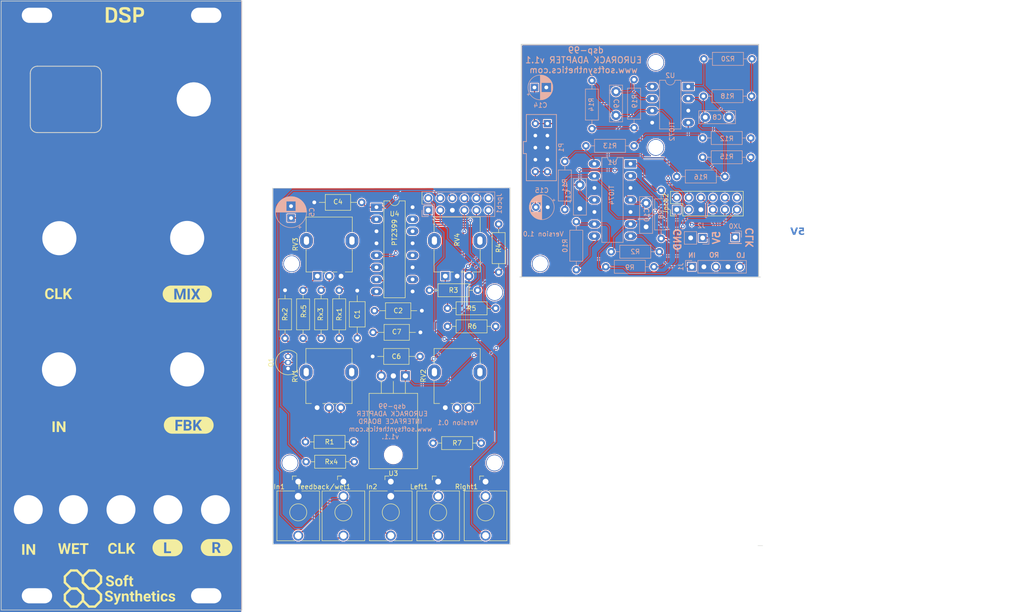
<source format=kicad_pcb>
(kicad_pcb (version 20221018) (generator pcbnew)
  (layers (0 "F.Cu" signal) (31 "B.Cu" signal) (34 "B.Paste" user) (35 "F.Paste" user) (36 "B.SilkS" user "B.Silkscreen") (37 "F.SilkS" user "F.Silkscreen") (38 "B.Mask" user) (39 "F.Mask" user) (44 "Edge.Cuts" user))
  (net 0 "")
  (net 1 "GND")
  (net 2 "Net-(C1-Pad2)")
  (net 3 "Net-(C2-Pad2)")
  (net 4 "+5V")
  (net 5 "Net-(C5-Pad1)")
  (net 6 "Net-(C8-Pad1)")
  (net 7 "+12V")
  (net 8 "-12V")
  (net 9 "LEFT EURO")
  (net 10 "Net-(In1-PadT)")
  (net 11 "Net-(C8-Pad2)")
  (net 12 "Net-(C9-Pad1)")
  (net 13 "Net-(R1-Pad1)")
  (net 14 "Net-(R3-Pad2)")
  (net 15 "Net-(R4-Pad2)")
  (net 16 "Net-(R7-Pad1)")
  (net 17 "Net-(R8-Pad2)")
  (net 18 "Line")
  (net 19 "Dry")
  (net 20 "R0")
  (net 21 "Net-(C9-Pad2)")
  (net 22 "RIGHT EURO")
  (net 23 "L0")
  (net 24 "Net-(In2-PadT)")
  (net 25 "Net-(Q1-Pad2)")
  (net 26 "Net-(RV3-Pad1)")
  (net 27 "Net-(Rx3-Pad1)")
  (net 28 "Net-(Rx1-Pad2)")
  (net 29 "X0")
  (net 36 "Net-(Q1-Pad3)")
  (net 37 "Net-(RV3-Pad2)")
  (net 38 "Line_raw")
  (net 39 "Dry_raw")
  (net 40 "wet1")
  (net 41 "in1")
  (net 42 "in buffed")
  (net 45 "Net-(RV2-Pad3)")
  (footprint "Capacitor_THT:C_Axial_L5.1mm_D3.1mm_P10.00mm_Horizontal" (layer "F.Cu") (at 72.47 76.0095)
    (fp_text reference "C6")
    (fp_text value "1u")
  )
  (footprint "kibuzzard-643BB3B1" (layer "F.Cu") (at 33.655 90.5256)
    (fp_text reference "kibuzzard-643BB3B1" hide)
    (fp_text value "G***" hide)
  )
  (footprint "Eurorack:audio Jack" (layer "F.Cu") (at -0.2032 108.331)
    (fp_text reference "REF**" hide)
    (fp_text value "audio Jack")
  )
  (footprint "Capacitor_THT:C_Axial_L5.1mm_D3.1mm_P10.00mm_Horizontal" (layer "F.Cu") (at 60.151 43.4975)
    (fp_text reference "C4")
    (fp_text value "100n")
  )
  (footprint "Eurorack:Knob" (layer "F.Cu") (at 33.3248 78.74)
    (fp_text reference "REF**")
    (fp_text value "Knob")
  )
  (footprint "Eurorack:M3" (layer "F.Cu") (at 55.0164 98.4885)
    (fp_text reference "REF**" hide)
    (fp_text value "M3")
  )
  (footprint "" (layer "F.Cu") (at 132.2324 13.97)
    (fp_text reference "")
    (fp_text value "")
  )
  (footprint "kibuzzard-643BB390" (layer "F.Cu") (at 33.3502 62.8396)
    (fp_text reference "kibuzzard-643BB390" hide)
    (fp_text value "G***" hide)
  )
  (footprint "Connector_Audio:Jack_3.5mm_QingPu_WQP-PJ398SM_Vertical_CircularHoles" (layer "F.Cu") (at 96.294 102.4255)
    (fp_text reference "Right1")
    (fp_text value "AudioJack2_SwitchT")
  )
  (footprint "kibuzzard-643BAFC1" (layer "F.Cu") (at 9.2964 116.5606)
    (fp_text reference "kibuzzard-643BAFC1" hide)
    (fp_text value "G***" hide)
  )
  (footprint "Potentiometer_THT:Potentiometer_Alpha_RD901F-40-00D_Single_Vertical" (layer "F.Cu") (at 87.799 86.8145 90)
    (fp_text reference "RV2")
    (fp_text value "100k")
  )
  (footprint "Connector_PinHeader_2.54mm:PinHeader_2x06_P2.54mm_Vertical" (layer "F.Cu") (at 136.652 45.0265 90)
    (fp_text reference "Jpcb2")
    (fp_text value "Conn_01x07_Male")
  )
  (footprint "kibuzzard-643BB339" (layer "F.Cu") (at 39.5224 116.332)
    (fp_text reference "kibuzzard-643BB339" hide)
    (fp_text value "G***" hide)
  )
  (footprint "Resistor_THT:R_Axial_DIN0207_L6.3mm_D2.5mm_P10.16mm_Horizontal" (layer "F.Cu") (at 94.615 62.0395 180)
    (fp_text reference "R3")
    (fp_text value "10k")
  )
  (footprint "Potentiometer_THT:Potentiometer_Alpha_RD901F-40-00D_Single_Vertical" (layer "F.Cu") (at 87.799 59.0595 90)
    (fp_text reference "RV4")
    (fp_text value "100k")
  )
  (footprint "Eurorack:Mounting Hole" (layer "F.Cu") (at 1.6218 126.516)
    (fp_text reference "REF**" hide)
    (fp_text value "Mounting Hole" hide)
  )
  (footprint "Eurorack:audio Jack" (layer "F.Cu") (at 39.2938 108.331)
    (fp_text reference "REF**" hide)
    (fp_text value "audio Jack")
  )
  (footprint "Capacitor_THT:C_Axial_L5.1mm_D3.1mm_P10.00mm_Horizontal" (layer "F.Cu") (at 69.215 62.1195 -90)
    (fp_text reference "C1")
    (fp_text value "100n")
  )
  (footprint "Resistor_THT:R_Axial_DIN0207_L6.3mm_D2.5mm_P10.16mm_Horizontal" (layer "F.Cu") (at 88.265 69.6595)
    (fp_text reference "R6")
    (fp_text value "10k")
  )
  (footprint "Connector_Audio:Jack_3.5mm_QingPu_WQP-PJ398SM_Vertical_CircularHoles" (layer "F.Cu") (at 86.294 102.4255)
    (fp_text reference "Left1")
    (fp_text value "AudioJack2_SwitchT")
  )
  (footprint "kibuzzard-644033EB" (layer "F.Cu") (at 19.05 123.317)
    (fp_text reference "kibuzzard-644033EB" hide)
    (fp_text value "G***" hide)
  )
  (footprint "kibuzzard-644033FD" (layer "F.Cu") (at 23.368 126.873)
    (fp_text reference "kibuzzard-644033FD" hide)
    (fp_text value "G***" hide)
  )
  (footprint "Eurorack:audio Jack" (layer "F.Cu") (at 29.2608 108.331)
    (fp_text reference "REF**" hide)
    (fp_text value "audio Jack")
  )
  (footprint "Resistor_THT:R_Axial_DIN0207_L6.3mm_D2.5mm_P10.16mm_Horizontal" (layer "F.Cu") (at 57.785 62.0395 -90)
    (fp_text reference "Rx5")
    (fp_text value "470K")
  )
  (footprint "" (layer "F.Cu") (at 107.832 56.4515)
    (fp_text reference "")
    (fp_text value "")
  )
  (footprint "Potentiometer_THT:Potentiometer_Alpha_RD901F-40-00D_Single_Vertical" (layer "F.Cu") (at 60.799 59.0595 90)
    (fp_text reference "RV3")
    (fp_text value "100k")
  )
  (footprint "Connector_Audio:Jack_3.5mm_QingPu_WQP-PJ398SM_Vertical_CircularHoles" (layer "F.Cu") (at 56.764 102.4255)
    (fp_text reference "In1")
    (fp_text value "AudioJack2_SwitchT")
  )
  (footprint "Resistor_THT:R_Axial_DIN0207_L6.3mm_D2.5mm_P10.16mm_Horizontal" (layer "F.Cu") (at 65.405 72.1995 90)
    (fp_text reference "Rx1")
    (fp_text value "2.2k / 200")
  )
  (footprint "Capacitor_THT:C_Axial_L5.1mm_D3.1mm_P10.00mm_Horizontal" (layer "F.Cu") (at 82.55 70.9295 180)
    (fp_text reference "C7")
    (fp_text value "100n")
  )
  (footprint "Eurorack:Mounting Hole" (layer "F.Cu") (at 1.6218 4.016)
    (fp_text reference "REF**" hide)
    (fp_text value "Mounting Hole" hide)
  )
  (footprint "" (layer "F.Cu") (at 6.35 51.053471)
    (fp_text reference "")
    (fp_text value "")
  )
  (footprint "Resistor_THT:R_Axial_DIN0207_L6.3mm_D2.5mm_P10.16mm_Horizontal" (layer "F.Cu") (at 99.06 58.2295 90)
    (fp_text reference "R4")
    (fp_text value "10k")
  )
  (footprint "Package_TO_SOT_THT:TO-220-3_Horizontal_TabDown" (layer "F.Cu") (at 79.375 80.1145 180)
    (fp_text reference "U3")
    (fp_text value "L7805")
  )
  (footprint "Eurorack:M3" (layer "F.Cu") (at 98.2218 62.4967)
    (fp_text reference "REF**" hide)
    (fp_text value "M3")
  )
  (footprint "Package_TO_SOT_THT:TO-92_Inline" (layer "F.Cu") (at 54.61 78.5495 90)
    (fp_text reference "Q1")
    (fp_text value "2N3904")
  )
  (footprint "Resistor_THT:R_Axial_DIN0207_L6.3mm_D2.5mm_P10.16mm_Horizontal" (layer "F.Cu") (at 53.975 62.0395 -90)
    (fp_text reference "Rx2")
    (fp_text value "33K")
  )
  (footprint "Eurorack:Mounting Hole" (layer "F.Cu") (at 37.3418 4.016)
    (fp_text reference "REF**" hide)
    (fp_text value "Mounting Hole" hide)
  )
  (footprint "Eurorack:M3" (layer "F.Cu") (at 55.372 56.4515)
    (fp_text reference "REF**" hide)
    (fp_text value "M3")
  )
  (footprint "Eurorack:M3" (layer "F.Cu") (at 98.171 98.4885)
    (fp_text reference "REF**" hide)
    (fp_text value "M3")
  )
  (footprint "Resistor_THT:R_Axial_DIN0207_L6.3mm_D2.5mm_P10.16mm_Horizontal" (layer "F.Cu") (at 68.58 98.2345 180)
    (fp_text reference "Rx4")
    (fp_text value "2.2M")
  )
  (footprint "Potentiometer_THT:Potentiometer_Alpha_RD901F-40-00D_Single_Vertical" (layer "F.Cu") (at 60.746 86.8145 90)
    (fp_text reference "RV1")
    (fp_text value "100k")
  )
  (footprint "Connector_Audio:Jack_3.5mm_QingPu_WQP-PJ398SM_Vertical_CircularHoles" (layer "F.Cu") (at 76.294 102.4255)
    (fp_text reference "In2")
    (fp_text value "AudioJack2_SwitchT")
  )
  (footprint "kibuzzard-643BAFCE" (layer "F.Cu") (at 6.2738 90.8304)
    (fp_text reference "kibuzzard-643BAFCE" hide)
    (fp_text value "G***" hide)
  )
  (footprint "Eurorack:Knob" (layer "F.Cu") (at 34.7216 21.764)
    (fp_text reference "REF**" hide)
    (fp_text value "Knob")
  )
  (footprint "Connector_PinHeader_2.54mm:PinHeader_2x06_P2.54mm_Vertical" (layer "F.Cu") (at 84.206 45.1535 90)
    (fp_text reference "Jpcb1")
    (fp_text value "Conn_01x07_Male" hide)
  )
  (footprint "Package_DIP:DIP-16_W7.62mm_LongPads" (layer "F.Cu") (at 73.279 44.5135)
    (fp_text reference "U4")
    (fp_text value "PT2399")
  )
  (footprint "" (layer "F.Cu") (at 6.2738 78.74)
    (fp_text reference "")
    (fp_text value "")
  )
  (footprint "Resistor_THT:R_Axial_DIN0207_L6.3mm_D2.5mm_P10.16mm_Horizontal" (layer "F.Cu") (at 88.265 65.8495)
    (fp_text reference "R5")
    (fp_text value "10k")
  )
  (footprint "Resistor_THT:R_Axial_DIN0207_L6.3mm_D2.5mm_P10.16mm_Horizontal" (layer "F.Cu") (at 61.595 62.0395 -90)
    (fp_text reference "Rx3")
    (fp_text value "1M")
  )
  (footprint "Connector_Audio:Jack_3.5mm_QingPu_WQP-PJ398SM_Vertical_CircularHoles" (layer "F.Cu") (at 66.294 102.4255)
    (fp_text reference "feedback/wet1")
    (fp_text value "AudioJack2_SwitchT")
  )
  (footprint "kibuzzard-64D80CCD" (layer "F.Cu") (at 20.193 3.937)
    (fp_text reference "kibuzzard-64D80CCD" hide)
    (fp_text value "G***" hide)
  )
  (footprint "kibuzzard-643BAF55" (layer "F.Cu") (at 6.1976 62.7634)
    (fp_text reference "kibuzzard-643BAF55" hide)
    (fp_text value "G***" hide)
  )
  (footprint "Resistor_THT:R_Axial_DIN0207_L6.3mm_D2.5mm_P10.16mm_Horizontal" (layer "F.Cu") (at 95.377 94.2975 180)
    (fp_text reference "R7")
    (fp_text value "100k")
  )
  (footprint "Eurorack:Knob" (layer "F.Cu") (at 33.3248 51.0032)
    (fp_text reference "REF**")
    (fp_text value "Knob")
  )
  (footprint "Capacitor_THT:C_Axial_L5.1mm_D3.1mm_P10.00mm_Horizontal" (layer "F.Cu") (at 82.851 66.3575 180)
    (fp_text reference "C2")
    (fp_text value "100n")
  )
  (footprint "kibuzzard-643BB32E" (layer "F.Cu") (at 29.1846 116.3828)
    (fp_text reference "kibuzzard-643BB32E" hide)
    (fp_text value "G***" hide)
  )
  (footprint "" (layer "F.Cu") (at 132.2324 31.9024)
    (fp_text reference "")
    (fp_text value "")
  )
  (footprint "Resistor_THT:R_Axial_DIN0207_L6.3mm_D2.5mm_P10.16mm_Horizontal" (layer "F.Cu") (at 58.293 94.0435)
    (fp_text reference "R1")
    (fp_text value "100k")
  )
  (footprint "kibuzzard-643BAF55" (layer "F.Cu") (at 19.5072 116.5098)
    (fp_text reference "kibuzzard-643BAF55" hide)
    (fp_text value "G***" hide)
  )
  (footprint "Eurorack:audio Jack" (layer "F.Cu") (at 19.3548 108.331)
    (fp_text reference "REF**" hide)
    (fp_text value "audio Jack")
  )
  (footprint "kibuzzard-643BAFCE" (layer "F.Cu") (at -0.127 116.7384)
    (fp_text reference "kibuzzard-643BAFCE" hide)
    (fp_text value "G***" hide)
  )
  (footprint "" (layer "F.Cu") (at 9.3218 108.331)
    (fp_text reference "")
    (fp_text value "")
  )
  (footprint "Eurorack:Mounting Hole" (layer "F.Cu") (at 37.3418 126.516)
    (fp_text reference "REF**" hide)
    (fp_text value "Mounting Hole")
  )
  (footprint "Capacitor_THT:C_Disc_D7.5mm_W2.5mm_P5.00mm" (layer "B.Cu") (at 142.661 25.527)
    (fp_text reference "C8")
    (fp_text value "22pF")
  )
  (footprint "Resistor_THT:R_Axial_DIN0207_L6.3mm_D2.5mm_P10.16mm_Horizontal" (layer "B.Cu") (at 133.35 51.1175 90)
    (fp_text reference "R8")
    (fp_text value "100k")
  )
  (footprint "Resistor_THT:R_Axial_DIN0207_L6.3mm_D2.5mm_P10.16mm_Horizontal" (layer "B.Cu") (at 118.745 27.94 90)
    (fp_text reference "R14")
    (fp_text value "20k")
  )
  (footprint "Resistor_THT:R_Axial_DIN0207_L6.3mm_D2.5mm_P10.16mm_Horizontal" (layer "B.Cu") (at 136.652 38.0365)
    (fp_text reference "R16")
    (fp_text value "2k")
  )
  (footprint "Connector_PinHeader_2.54mm:PinHeader_1x01_P2.54mm_Vertical" (layer "B.Cu") (at 148.971 50.8635 180)
    (fp_text reference "JX0")
    (fp_text value "Conn_01x01")
  )
  (footprint "europi:IDC-2x5" (layer "B.Cu") (at 108.077 31.9405 -90)
    (fp_text reference "P1")
    (fp_text value "EURO_PWR_2x5" hide)
  )
  (footprint "Resistor_THT:R_Axial_DIN0207_L6.3mm_D2.5mm_P10.16mm_Horizontal" (layer "B.Cu") (at 152.273 29.9085 180)
    (fp_text reference "R12")
    (fp_text value "2k")
  )
  (footprint "Capacitor_THT:C_Disc_D7.5mm_W2.5mm_P5.00mm" (layer "B.Cu") (at 123.825 25.1295 90)
    (fp_text reference "C9")
    (fp_text value "22pF")
  )
  (footprint "Capacitor_THT:CP_Radial_D5.0mm_P2.50mm" (layer "B.Cu") (at 109.409113 44.5135 180)
    (fp_text reference "C15")
    (fp_text value "10uF")
  )
  (footprint "Capacitor_THT:C_Disc_D7.5mm_W2.5mm_P5.00mm" (layer "B.Cu") (at 130.175 48.6645 90)
    (fp_text reference "C10")
    (fp_text value "100n")
  )
  (footprint "Package_DIP:DIP-14_W7.62mm_LongPads" (layer "B.Cu") (at 126.888 35.3645 180)
    (fp_text reference "U1")
    (fp_text value "TL074")
  )
  (footprint "Resistor_THT:R_Axial_DIN0207_L6.3mm_D2.5mm_P10.16mm_Horizontal" (layer "B.Cu") (at 152.527 13.208 180)
    (fp_text reference "R20")
    (fp_text value "1k")
  )
  (footprint "Connector_PinHeader_2.54mm:PinHeader_1x02_P2.54mm_Vertical" (layer "B.Cu") (at 142.118 50.9905 90)
    (fp_text reference "J2")
    (fp_text value "Conn_01x02_Female")
  )
  (footprint "Resistor_THT:R_Axial_DIN0207_L6.3mm_D2.5mm_P10.16mm_Horizontal" (layer "B.Cu") (at 115.443 47.5615 -90)
    (fp_text reference "R10")
    (fp_text value "22k")
  )
  (footprint "Resistor_THT:R_Axial_DIN0207_L6.3mm_D2.5mm_P10.16mm_Horizontal" (layer "B.Cu") (at 152.4335 21.082 180)
    (fp_text reference "R18")
    (fp_text value "20k")
  )
  (footprint "Capacitor_THT:CP_Radial_D6.3mm_P2.50mm" (layer "B.Cu") (at 55.245 46.7995 90)
    (fp_text reference "C5")
    (fp_text value "10uF")
  )
  (footprint "Resistor_THT:R_Axial_DIN0207_L6.3mm_D2.5mm_P10.16mm_Horizontal" (layer "B.Cu") (at 122.809 53.9115)
    (fp_text reference "R2")
    (fp_text value "100k")
  )
  (footprint "Package_DIP:DIP-8_W7.62mm_LongPads" (layer "B.Cu") (at 139.08 19.05 180)
    (fp_text reference "U2")
    (fp_text value "TL072")
  )
  (footprint "Resistor_THT:R_Axial_DIN0207_L6.3mm_D2.5mm_P10.16mm_Horizontal" (layer "B.Cu") (at 131.826 57.0865 180)
    (fp_text reference "R9")
    (fp_text value "20k")
  )
  (footprint "Capacitor_THT:CP_Radial_D5.0mm_P2.50mm" (layer "B.Cu") (at 106.617888 19.2405)
    (fp_text reference "C14")
    (fp_text value "10uF")
  )
  (footprint "Resistor_THT:R_Axial_DIN0207_L6.3mm_D2.5mm_P10.16mm_Horizontal" (layer "B.Cu") (at 127.635 27.7495 90)
    (fp_text reference "R19")
    (fp_text value "1k")
  )
  (footprint "Connector_PinHeader_2.54mm:PinHeader_1x05_P2.54mm_Vertical" (layer "B.Cu") (at 139.832 57.0865 -90)
    (fp_text reference "J1")
    (fp_text value "Conn_01x05_Male")
  )
  (footprint "Resistor_THT:R_Axial_DIN0207_L6.3mm_D2.5mm_P10.16mm_Horizontal" (layer "B.Cu") (at 152.273 33.9725 180)
    (fp_text reference "R15")
    (fp_text value "2k")
  )
  (footprint "Resistor_THT:R_Axial_DIN0207_L6.3mm_D2.5mm_P10.16mm_Horizontal" (layer "B.Cu") (at 117.475 31.5595)
    (fp_text reference "R13")
    (fp_text value "2k")
  )
  (footprint "Capacitor_THT:C_Disc_D7.5mm_W2.5mm_P5.00mm" (layer "B.Cu") (at 116.205 39.8145 -90)
    (fp_text reference "C11")
    (fp_text value "100n")
  )
  (footprint "Resistor_THT:R_Axial_DIN0207_L6.3mm_D2.5mm_P10.16mm_Horizontal" (layer "B.Cu") (at 113.03 45.0215 90)
    (fp_text reference "R11")
    (fp_text value "3k")
  )
  (gr_rect (start -6.101 0.8618) (end 44.6482 129.8642) (stroke (width 0.15)) (fill solid) (layer "F.Cu"))
  (gr_circle (center 9.370249 108.3056) (end 12.8016 108.3056) (stroke (width 0.15)) (fill solid) (layer "F.Cu"))
  (gr_rect (start -6.101 0.8618) (end 44.6482 129.8642) (stroke (width 0.15)) (fill solid) (layer "B.Cu"))
  (gr_line (start 7.5184 126.2634) (end 7.5184 127.5334) (stroke (width 0.5)) (layer "F.SilkS"))
  (gr_line (start 15.1384 126.2634) (end 13.8684 124.9934) (stroke (width 0.5)) (layer "F.SilkS"))
  (gr_line (start 11.3284 122.4534) (end 10.0584 121.1834) (stroke (width 0.5)) (layer "F.SilkS"))
  (gr_line (start 12.5984 121.1834) (end 11.3284 122.4534) (stroke (width 0.5)) (layer "F.SilkS"))
  (gr_line (start 8.7884 124.9934) (end 10.0584 124.9934) (stroke (width 0.5)) (layer "F.SilkS"))
  (gr_line (start 12.5984 124.9934) (end 11.3284 123.7234) (stroke (width 0.5)) (layer "F.SilkS"))
  (gr_line (start 13.8684 124.9934) (end 12.5984 124.9934) (stroke (width 0.5)) (layer "F.SilkS"))
  (gr_line (start 11.3284 122.4534) (end 11.3284 123.7234) (stroke (width 0.5)) (layer "F.SilkS"))
  (gr_line (start 13.8684 124.9934) (end 12.5984 124.9934) (stroke (width 0.5)) (layer "F.SilkS"))
  (gr_line (start 10.0584 121.1834) (end 8.7884 121.1834) (stroke (width 0.5)) (layer "F.SilkS"))
  (gr_line (start 11.3284 123.7234) (end 12.5984 124.9934) (stroke (width 0.5)) (layer "F.SilkS"))
  (gr_line (start 11.3284 122.4534) (end 11.3284 123.7234) (stroke (width 0.5)) (layer "F.SilkS"))
  (gr_line (start 7.5184 123.7234) (end 7.5184 122.4534) (stroke (width 0.5)) (layer "F.SilkS"))
  (gr_line (start 13.8684 124.9934) (end 15.1384 123.7234) (stroke (width 0.5)) (layer "F.SilkS"))
  (gr_line (start 11.3284 127.5334) (end 11.3284 126.2634) (stroke (width 0.5)) (layer "F.SilkS"))
  (gr_line (start 12.5984 128.8034) (end 13.8684 128.8034) (stroke (width 0.5)) (layer "F.SilkS"))
  (gr_line (start 15.1384 126.2634) (end 15.1384 127.5334) (stroke (width 0.5)) (layer "F.SilkS"))
  (gr_line (start 15.1384 127.5334) (end 13.8684 128.8034) (stroke (width 0.5)) (layer "F.SilkS"))
  (gr_line (start 8.7884 124.9934) (end 7.5184 126.2634) (stroke (width 0.5)) (layer "F.SilkS"))
  (gr_line (start 11.3284 127.5334) (end 12.5984 128.8034) (stroke (width 0.5)) (layer "F.SilkS"))
  (gr_line (start 15.1384 123.7234) (end 15.1384 122.4534) (stroke (width 0.5)) (layer "F.SilkS"))
  (gr_line (start 10.0584 128.8034) (end 11.3284 127.5334) (stroke (width 0.5)) (layer "F.SilkS"))
  (gr_line (start 13.8684 121.1834) (end 15.1384 122.4534) (stroke (width 0.5)) (layer "F.SilkS"))
  (gr_line (start 7.5184 123.7234) (end 8.7884 124.9934) (stroke (width 0.5)) (layer "F.SilkS"))
  (gr_line (start 8.7884 124.9934) (end 10.0584 124.9934) (stroke (width 0.5)) (layer "F.SilkS"))
  (gr_line (start 11.3284 127.5334) (end 11.3284 126.2634) (stroke (width 0.5)) (layer "F.SilkS"))
  (gr_line (start 8.7884 128.8034) (end 7.5184 127.5334) (stroke (width 0.5)) (layer "F.SilkS"))
  (gr_line (start 7.5184 122.4534) (end 8.7884 121.1834) (stroke (width 0.5)) (layer "F.SilkS"))
  (gr_line (start 10.0584 128.8034) (end 8.7884 128.8034) (stroke (width 0.5)) (layer "F.SilkS"))
  (gr_line (start 10.0584 124.9934) (end 11.3284 126.2634) (stroke (width 0.5)) (layer "F.SilkS"))
  (gr_line (start 12.5984 121.1834) (end 13.8684 121.1834) (stroke (width 0.5)) (layer "F.SilkS"))
  (gr_line (start 11.3284 126.2634) (end 10.0584 124.9934) (stroke (width 0.5)) (layer "F.SilkS"))
  (gr_line (start 15.2216 27.264) (end 15.2216 16.264) (stroke (width 0.2)) (layer "Edge.Cuts"))
  (gr_line (start 13.7216 14.764) (end 1.7216 14.764) (stroke (width 0.2)) (layer "Edge.Cuts"))
  (gr_line (start 44.8818 129.516) (end 44.8818 1.016) (stroke (width 0.15)) (layer "Edge.Cuts"))
  (gr_arc (start 0.2216 16.264) (mid 0.66094 15.20334) (end 1.7216 14.764) (stroke (width 0.2)) (layer "Edge.Cuts"))
  (gr_arc (start 1.7216 28.764) (mid 0.66094 28.32466) (end 0.2216 27.264) (stroke (width 0.2)) (layer "Edge.Cuts"))
  (gr_line (start 154.304229 59.256329) (end 103.505772 59.234672) (stroke (width 0.15)) (layer "Edge.Cuts"))
  (gr_line (start 103.845 10.16) (end 103.886 59.234672) (stroke (width 0.2)) (layer "Edge.Cuts"))
  (gr_line (start 153.775 115.9345) (end 154.775 115.9345) (stroke (width 0.1)) (layer "Edge.Cuts"))
  (gr_line (start 0.2216 16.264) (end 0.2216 27.264) (stroke (width 0.2)) (layer "Edge.Cuts"))
  (gr_line (start 51.384 40.513) (end 51.435 115.6335) (stroke (width 0.2)) (layer "Edge.Cuts"))
  (gr_arc (start 13.7216 14.764) (mid 14.78226 15.20334) (end 15.2216 16.264) (stroke (width 0.2)) (layer "Edge.Cuts"))
  (gr_line (start 1.7216 28.764) (end 13.7216 28.764) (stroke (width 0.2)) (layer "Edge.Cuts"))
  (gr_line (start 101.449 40.4495) (end 101.473 115.6335) (stroke (width 0.2)) (layer "Edge.Cuts"))
  (gr_line (start 51.435 115.6335) (end 101.473 115.6335) (stroke (width 0.1)) (layer "Edge.Cuts"))
  (gr_line (start -5.9182 129.516) (end 44.8818 129.516) (stroke (width 0.15)) (layer "Edge.Cuts"))
  (gr_line (start 103.845 10.16) (end 153.925 10.16) (stroke (width 0.2)) (layer "Edge.Cuts"))
  (gr_line (start 153.925 10.16) (end 153.924 59.2455) (stroke (width 0.2)) (layer "Edge.Cuts"))
  (gr_arc (start 15.2216 27.264) (mid 14.78226 28.32466) (end 13.7216 28.764) (stroke (width 0.2)) (layer "Edge.Cuts"))
  (gr_circle (center 34.7216 21.764) (end 38.2216 21.764) (stroke (width 0.2)) (fill none) (layer "Edge.Cuts"))
  (gr_line (start -5.9182 129.516) (end -5.9182 1.016) (stroke (width 0.15)) (layer "Edge.Cuts"))
  (gr_line (start -5.9182 1.016) (end 44.8818 1.016) (stroke (width 0.15)) (layer "Edge.Cuts"))
  (gr_line (start 51.384 40.513) (end 101.449 40.4495) (stroke (width 0.1)) (layer "Edge.Cuts"))
  (gr_text "5V" (at 163.689 50.593) (layer "B.Cu") (effects (font (size 1.5 1.5) (thickness 0.3) bold) (justify left bottom mirror)))
  (gr_text "5V" (at 145.899 49.393 90) (layer "B.SilkS") (effects (font (size 1.5 1.5) (thickness 0.3) bold) (justify left bottom mirror)))
  (gr_text "Version 0.1" (at 90.424 89.9795) (layer "B.SilkS") (effects (font (size 1 1)) (justify mirror)))
  (gr_text "LO" (at 151.209 55.233) (layer "B.SilkS") (effects (font (size 1 1) (thickness 0.2) bold) (justify left bottom mirror)))
  (gr_text "Tl072\n" (at 135.636 28.5115 90) (layer "B.SilkS") (effects (font (size 1 1)) (justify mirror)))
  (gr_text "CLK" (at 152.909 48.623 90) (layer "B.SilkS") (effects (font (size 1.5 1.5) (thickness 0.3) bold) (justify left bottom mirror)))
  (gr_text "IN\n" (at 140.739 55.253) (layer "B.SilkS") (effects (font (size 1 1) (thickness 0.2) bold) (justify left bottom mirror)))
  (gr_text "RO" (at 145.689 55.203) (layer "B.SilkS") (effects (font (size 1 1) (thickness 0.2) bold) (justify left bottom mirror)))
  (gr_text "dsp-99 \nEURORACK ADAPTER \nINTERFACE BOARD\nwww.softsynthetics.com\nv1.1.\n" (at 76.2 89.7255) (layer "B.SilkS") (effects (font (size 1 1)) (justify mirror)))
  (gr_text "dsp-99 \nEURORACK ADAPTER v1.1\nwww.softsynthetics.com" (at 116.967 13.462) (layer "B.SilkS") (effects (font (size 1.3 1.3) (thickness 0.2)) (justify mirror)))
  (gr_text "Tl074\n\n" (at 123.698 41.9735 90) (layer "B.SilkS") (effects (font (size 1 1)) (justify mirror)))
  (gr_text "GND\n" (at 137.699 48.873 90) (layer "B.SilkS") (effects (font (size 1.5 1.5) (thickness 0.3) bold) (justify left bottom mirror)))
  (gr_text "Version 1.0\n" (at 108.489 50.163) (layer "B.SilkS") (effects (font (size 1 1)) (justify mirror)))
  (gr_text "PT2399\n" (at 77.089 49.8475 90) (layer "F.SilkS") (effects (font (size 1 1))))
  (segment (start 80.899 62.2935) (end 78.74 60.1345) (width 0.25) (layer "F.Cu") (net 1))
  (segment (start 89.535 56.9595) (end 83.82 56.9595) (width 0.25) (layer "F.Cu") (net 1))
  (segment (start 87.493 86.8145) (end 87.799 86.8145) (width 0.25) (layer "F.Cu") (net 1))
  (segment (start 79.502 52.1335) (end 78.74 52.8955) (width 0.25) (layer "F.Cu") (net 1))
  (segment (start 80.899 57.2135) (end 80.01 56.3245) (width 0.25) (layer "F.Cu") (net 1))
  (segment (start 80.899 62.2935) (end 80.899 64.4055) (width 0.25) (layer "F.Cu") (net 1))
  (segment (start 90.299 58.6585) (end 90.299 57.7235) (width 0.25) (layer "F.Cu") (net 1))
  (segment (start 78.74 52.8955) (end 78.74 56.7055) (width 0.25) (layer "F.Cu") (net 1))
  (segment (start 79.756 44.5135) (end 80.899 44.5135) (width 0.25) (layer "F.Cu") (net 1))
  (segment (start 80.01 56.3245) (end 78.74 56.3245) (width 0.25) (layer "F.Cu") (net 1))
  (segment (start 80.899 64.4055) (end 82.851 66.3575) (width 0.25) (layer "F.Cu") (net 1))
  (segment (start 90.299 57.7235) (end 89.535 56.9595) (width 0.25) (layer "F.Cu") (net 1))
  (segment (start 78.74 56.7055) (end 78.74 56.9595) (width 0.25) (layer "F.Cu") (net 1))
  (segment (start 83.566 57.2135) (end 80.899 57.2135) (width 0.25) (layer "F.Cu") (net 1))
  (segment (start 83.82 56.9595) (end 83.566 57.2135) (width 0.25) (layer "F.Cu") (net 1))
  (segment (start 78.74 56.3245) (end 78.74 56.7055) (width 0.25) (layer "F.Cu") (net 1))
  (segment (start 78.74 60.1345) (end 78.74 56.9595) (width 0.25) (layer "F.Cu") (net 1))
  (segment (start 80.899 52.1335) (end 79.502 52.1335) (width 0.25) (layer "F.Cu") (net 1))
  (segment (start 73.279 52.1335) (end 72.324 52.1335) (width 0.25) (layer "F.Cu") (net 1))
  (segment (start 116.205 44.8145) (end 118.558 44.8145) (width 0.25) (layer "B.Cu") (net 1))
  (segment (start 118.558 44.8145) (end 119.268 45.5245) (width 0.25) (layer "B.Cu") (net 1))
  (segment (start 131.82 27.3745) (end 131.46 27.3745) (width 0.25) (layer "B.Cu") (net 1))
  (segment (start 69.215 72.1195) (end 69.215 70.9295) (width 0.25) (layer "F.Cu") (net 2))
  (segment (start 70.485 65.0875) (end 73.279 62.2935) (width 0.25) (layer "F.Cu") (net 2))
  (segment (start 69.215 70.9295) (end 70.485 69.6595) (width 0.25) (layer "F.Cu") (net 2))
  (segment (start 70.485 69.6595) (end 70.485 65.0875) (width 0.25) (layer "F.Cu") (net 2))
  (segment (start 74.295 66.3575) (end 72.851 66.3575) (width 0.25) (layer "F.Cu") (net 3))
  (segment (start 75.565 65.0875) (end 74.295 66.3575) (width 0.25) (layer "F.Cu") (net 3))
  (segment (start 75.565 61.0235) (end 75.565 65.0875) (width 0.25) (layer "F.Cu") (net 3))
  (segment (start 73.279 59.7535) (end 74.295 59.7535) (width 0.25) (layer "F.Cu") (net 3))
  (segment (start 74.295 59.7535) (end 75.565 61.0235) (width 0.25) (layer "F.Cu") (net 3))
  (segment (start 87.884 41.2115) (end 78.613 41.2115) (width 0.25) (layer "F.Cu") (net 4))
  (segment (start 76.327 46.2915) (end 74.549 44.5135) (width 0.25) (layer "F.Cu") (net 4))
  (segment (start 72.55 70.9295) (end 73.619 70.9295) (width 0.25) (layer "F.Cu") (net 4))
  (segment (start 71.167 44.5135) (end 70.151 43.4975) (width 0.25) (layer "F.Cu") (net 4))
  (segment (start 78.613 41.2115) (end 77.343 42.4815) (width 0.25) (layer "F.Cu") (net 4))
  (segment (start 143.002 46.5455) (end 143.002 43.7565) (width 0.25) (layer "F.Cu") (net 4))
  (segment (start 74.295 71.6055) (end 76.327 69.5735) (width 0.25) (layer "F.Cu") (net 4))
  (segment (start 144.526 50.8635) (end 144.526 48.0695) (width 0.25) (layer "F.Cu") (net 4))
  (segment (start 144.399 50.9905) (end 142.118 50.9905) (width 0.25) (layer "F.Cu") (net 4))
  (segment (start 76.327 69.5735) (end 76.327 46.2915) (width 0.25) (layer "F.Cu") (net 4))
  (segment (start 73.619 70.9295) (end 74.295 71.6055) (width 0.25) (layer "F.Cu") (net 4))
  (segment (start 89.286 42.6135) (end 87.884 41.2115) (width 0.25) (layer "F.Cu") (net 4))
  (segment (start 144.526 50.8635) (end 144.399 50.9905) (width 0.25) (layer "F.Cu") (net 4))
  (segment (start 144.526 48.0695) (end 143.002 46.5455) (width 0.25) (layer "F.Cu") (net 4))
  (segment (start 74.295 80.1145) (end 74.295 71.6055) (width 0.25) (layer "F.Cu") (net 4))
  (segment (start 74.549 44.5135) (end 73.279 44.5135) (width 0.25) (layer "F.Cu") (net 4))
  (segment (start 143.002 43.7565) (end 141.732 42.4865) (width 0.25) (layer "F.Cu") (net 4))
  (segment (start 73.279 44.5135) (end 71.167 44.5135) (width 0.25) (layer "F.Cu") (net 4))
  (via (at 77.343 42.4815) (size 0.8) (drill 0.4) (layers "F.Cu" "B.Cu") (net 4))
  (segment (start 73.279 44.5135) (end 75.311 44.5135) (width 0.25) (layer "B.Cu") (net 4))
  (segment (start 75.311 44.5135) (end 77.343 42.4815) (width 0.25) (layer "B.Cu") (net 4))
  (segment (start 55.245 46.7995) (end 73.025 46.7995) (width 0.25) (layer "F.Cu") (net 5))
  (segment (start 73.025 46.7995) (end 73.279 47.0535) (width 0.25) (layer "F.Cu") (net 5))
  (segment (start 142.2735 26.4795) (end 142.2735 22.6695) (width 0.25) (layer "B.Cu") (net 6))
  (segment (start 146.177 38.0365) (end 146.812 38.0365) (width 0.25) (layer "B.Cu") (net 6))
  (segment (start 146.812 30.1625) (end 144.653 28.0035) (width 0.25) (layer "B.Cu") (net 6))
  (segment (start 139.08 21.59) (end 141.194 21.59) (width 0.25) (layer "B.Cu") (net 6))
  (segment (start 144.653 28.0035) (end 142.0075 28.0035) (width 0.25) (layer "B.Cu") (net 6))
  (segment (start 142.0075 28.0035) (end 141.3785 27.3745) (width 0.25) (layer "B.Cu") (net 6))
  (segment (start 141.194 21.59) (end 142.2735 22.6695) (width 0.25) (layer "B.Cu") (net 6))
  (segment (start 142.113 33.9725) (end 146.177 38.0365) (width 0.25) (layer "B.Cu") (net 6))
  (segment (start 142.2735 21.082) (end 142.2735 22.6695) (width 0.25) (layer "B.Cu") (net 6))
  (segment (start 141.3785 27.3745) (end 142.2735 26.4795) (width 0.25) (layer "B.Cu") (net 6))
  (segment (start 146.812 38.0365) (end 146.812 30.1625) (width 0.25) (layer "B.Cu") (net 6))
  (segment (start 139.827 48.1965) (end 138.811 47.1805) (width 0.25) (layer "F.Cu") (net 7))
  (segment (start 129.54 46.0375) (end 129.54 44.5135) (width 0.25) (layer "F.Cu") (net 7))
  (segment (start 106.617888 19.2405) (end 106.617888 26.671388) (width 0.25) (layer "F.Cu") (net 7))
  (segment (start 72.136 84.7725) (end 70.485 83.1215) (width 0.25) (layer "F.Cu") (net 7))
  (segment (start 109.347 26.8605) (end 113.665 26.8605) (width 0.25) (layer "F.Cu") (net 7))
  (segment (start 122.174 38.2705) (end 122.174 30.0355) (width 0.25) (layer "F.Cu") (net 7))
  (segment (start 133.604 46.5455) (end 131.064 46.5455) (width 0.25) (layer "F.Cu") (net 7))
  (segment (start 122.174 30.0355) (end 127.254 24.9555) (width 0.25) (layer "F.Cu") (net 7))
  (segment (start 125.101 22.6695) (end 127.26 24.8285) (width 0.25) (layer "F.Cu") (net 7))
  (segment (start 130.683 46.1645) (end 129.667 46.1645) (width 0.25) (layer "F.Cu") (net 7))
  (segment (start 79.375 81.7245) (end 76.327 84.7725) (width 0.25) (layer "F.Cu") (net 7))
  (segment (start 96.906 45.1535) (end 97.028 45.2755) (width 0.25) (layer "F.Cu") (net 7))
  (segment (start 65.278 83.1215) (end 62.103 79.9465) (width 0.25) (layer "F.Cu") (net 7))
  (segment (start 79.375 80.1145) (end 79.375 81.7245) (width 0.25) (layer "F.Cu") (net 7))
  (segment (start 127.26 24.8285) (end 127.26 24.8345) (width 0.25) (layer "F.Cu") (net 7))
  (segment (start 76.327 84.7725) (end 72.136 84.7725) (width 0.25) (layer "F.Cu") (net 7))
  (segment (start 117.856 22.6695) (end 125.101 22.6695) (width 0.25) (layer "F.Cu") (net 7))
  (segment (start 113.665 26.8605) (end 117.856 22.6695) (width 0.25) (layer "F.Cu") (net 7))
  (segment (start 127.254 24.9555) (end 127.254 24.8285) (width 0.25) (layer "F.Cu") (net 7))
  (segment (start 126.888 42.9845) (end 122.174 38.2705) (width 0.25) (layer "F.Cu") (net 7))
  (segment (start 138.811 47.1805) (end 134.239 47.1805) (width 0.25) (layer "F.Cu") (net 7))
  (segment (start 79.375 79.1045) (end 82.47 76.0095) (width 0.25) (layer "F.Cu") (net 7))
  (segment (start 130.175 43.8785) (end 130.175 43.6645) (width 0.25) (layer "F.Cu") (net 7))
  (segment (start 97.028 45.2755) (end 97.282 45.2755) (width 0.25) (layer "F.Cu") (net 7))
  (segment (start 134.239 47.1805) (end 133.604 46.5455) (width 0.25) (layer "F.Cu") (net 7))
  (segment (start 70.485 83.1215) (end 65.278 83.1215) (width 0.25) (layer "F.Cu") (net 7))
  (segment (start 62.103 79.9465) (end 62.103 76.5175) (width 0.25) (layer "F.Cu") (net 7))
  (segment (start 125.101 22.6695) (end 128.7205 19.05) (width 0.25) (layer "F.Cu") (net 7))
  (segment (start 98.552 74.2315) (end 97.028 75.7555) (width 0.25) (layer "F.Cu") (net 7))
  (segment (start 106.617888 26.671388) (end 106.807 26.8605) (width 0.25) (layer "F.Cu") (net 7))
  (segment (start 79.375 80.1145) (end 79.375 79.1045) (width 0.25) (layer "F.Cu") (net 7))
  (segment (start 127.254 24.8285) (end 127.26 24.8345) (width 0.25) (layer "F.Cu") (net 7))
  (segment (start 128.7205 19.05) (end 131.46 19.05) (width 0.25) (layer "F.Cu") (net 7))
  (segment (start 131.064 46.5455) (end 130.683 46.1645) (width 0.25) (layer "F.Cu") (net 7))
  (segment (start 129.667 46.1645) (end 129.54 46.0375) (width 0.25) (layer "F.Cu") (net 7))
  (segment (start 106.807 26.8605) (end 109.347 26.8605) (width 0.25) (layer "F.Cu") (net 7))
  (segment (start 97.028 75.7555) (end 93.853 75.7555) (width 0.25) (layer "F.Cu") (net 7))
  (segment (start 62.103 76.5175) (end 57.785 72.1995) (width 0.25) (layer "F.Cu") (net 7))
  (segment (start 129.54 44.5135) (end 130.175 43.8785) (width 0.25) (layer "F.Cu") (net 7))
  (via (at 139.827 48.1965) (size 0.8) (drill 0.4) (layers "F.Cu" "B.Cu") (net 7))
  (via (at 93.853 75.7555) (size 0.8) (drill 0.4) (layers "F.Cu" "B.Cu") (net 7))
  (via (at 98.552 74.2315) (size 0.8) (drill 0.4) (layers "F.Cu" "B.Cu") (net 7))
  (segment (start 146.2455 48.133) (end 149.352 45.0265) (width 0.25) (layer "B.Cu") (net 7))
  (segment (start 100.7872 71.9963) (end 98.552 74.2315) (width 0.25) (layer "B.Cu") (net 7))
  (segment (start 127.568 43.6645) (end 126.888 42.9845) (width 0.25) (layer "B.Cu") (net 7))
  (segment (start 81.239 81.9785) (end 79.375 80.1145) (width 0.25) (layer "B.Cu") (net 7))
  (segment (start 130.175 43.6645) (end 127.568 43.6645) (width 0.25) (layer "B.Cu") (net 7))
  (segment (start 96.906 49.7255) (end 100.7872 53.6067) (width 0.25) (layer "B.Cu") (net 7))
  (segment (start 139.8905 48.133) (end 146.2455 48.133) (width 0.25) (layer "B.Cu") (net 7))
  (segment (start 100.7872 53.6067) (end 100.7872 71.9963) (width 0.25) (layer "B.Cu") (net 7))
  (segment (start 139.827 48.1965) (end 139.8905 48.133) (width 0.25) (layer "B.Cu") (net 7))
  (segment (start 96.906 45.1535) (end 96.906 49.7255) (width 0.25) (layer "B.Cu") (net 7))
  (segment (start 87.63 81.9785) (end 81.239 81.9785) (width 0.25) (layer "B.Cu") (net 7))
  (segment (start 93.853 75.7555) (end 87.63 81.9785) (width 0.25) (layer "B.Cu") (net 7))
  (segment (start 116.205 39.8145) (end 112.141 39.8145) (width 0.25) (layer "F.Cu") (net 8))
  (segment (start 116.205 36.7665) (end 116.078 36.6395) (width 0.25) (layer "F.Cu") (net 8))
  (segment (start 116.205 39.8145) (end 116.205 36.7665) (width 0.25) (layer "F.Cu") (net 8))
  (segment (start 112.141 39.8145) (end 109.347 37.0205) (width 0.25) (layer "F.Cu") (net 8))
  (segment (start 123.698 36.6395) (end 128.397 36.6395) (width 0.25) (layer "F.Cu") (net 8))
  (segment (start 139.08 38.5295) (end 139.08 26.67) (width 0.25) (layer "F.Cu") (net 8))
  (segment (start 128.397 36.6395) (end 131.3434 39.5859) (width 0.25) (layer "F.Cu") (net 8))
  (segment (start 131.3434 39.5859) (end 138.0236 39.5859) (width 0.25) (layer "F.Cu") (net 8))
  (segment (start 106.807 44.411387) (end 106.909113 44.5135) (width 0.25) (layer "F.Cu") (net 8))
  (segment (start 106.807 37.0205) (end 106.807 44.411387) (width 0.25) (layer "F.Cu") (net 8))
  (segment (start 138.0236 39.5859) (end 139.08 38.5295) (width 0.25) (layer "F.Cu") (net 8))
  (segment (start 109.347 37.0205) (end 106.807 37.0205) (width 0.25) (layer "F.Cu") (net 8))
  (segment (start 123.571 36.7665) (end 123.698 36.6395) (width 0.25) (layer "F.Cu") (net 8))
  (via (at 116.078 36.6395) (size 0.8) (drill 0.4) (layers "F.Cu" "B.Cu") (net 8))
  (via (at 123.571 36.7665) (size 0.8) (drill 0.4) (layers "F.Cu" "B.Cu") (net 8))
  (segment (start 117.724 42.9845) (end 119.268 42.9845) (width 0.25) (layer "B.Cu") (net 8))
  (segment (start 116.205 41.4655) (end 117.724 42.9845) (width 0.25) (layer "B.Cu") (net 8))
  (segment (start 123.571 36.7665) (end 123.444 36.6395) (width 0.25) (layer "B.Cu") (net 8))
  (segment (start 116.205 39.8145) (end 116.205 41.4655) (width 0.25) (layer "B.Cu") (net 8))
  (segment (start 123.444 36.6395) (end 116.078 36.6395) (width 0.25) (layer "B.Cu") (net 8))
  (segment (start 69.723 110.1725) (end 69.723 107.6325) (width 0.25) (layer "F.Cu") (net 9))
  (segment (start 139.192 40.8305) (end 139.192 41.5945) (width 0.25) (layer "F.Cu") (net 9))
  (segment (start 80.01 112.8395) (end 78.867 111.6965) (width 0.25) (layer "F.Cu") (net 9))
  (segment (start 68.453 106.3625) (end 66.628 106.3625) (width 0.25) (layer "F.Cu") (net 9))
  (segment (start 152.4335 22.6695) (end 147.066 22.6695) (width 0.25) (layer "F.Cu") (net 9))
  (segment (start 147.066 22.6695) (end 144.399 25.3365) (width 0.25) (layer "F.Cu") (net 9))
  (segment (start 69.723 107.6325) (end 68.453 106.3625) (width 0.25) (layer "F.Cu") (net 9))
  (segment (start 144.399 35.6235) (end 139.192 40.8305) (width 0.25) (layer "F.Cu") (net 9))
  (segment (start 144.399 25.3365) (end 144.399 35.6235) (width 0.25) (layer "F.Cu") (net 9))
  (segment (start 78.867 111.6965) (end 71.247 111.6965) (width 0.25) (layer "F.Cu") (net 9))
  (segment (start 84.805 112.8395) (end 80.01 112.8395) (width 0.25) (layer "F.Cu") (net 9))
  (segment (start 86.299 114.3335) (end 84.805 112.8395) (width 0.25) (layer "F.Cu") (net 9))
  (segment (start 152.4335 22.6695) (end 152.4335 21.082) (width 0.25) (layer "F.Cu") (net 9))
  (segment (start 71.247 111.6965) (end 69.723 110.1725) (width 0.25) (layer "F.Cu") (net 9))
  (segment (start 66.628 106.3625) (end 66.299 106.0335) (width 0.25) (layer "F.Cu") (net 9))
  (segment (start 53.086 109.4105) (end 56.007 112.3315) (width 0.25) (layer "B.Cu") (net 9))
  (segment (start 53.086 100.2665) (end 53.086 109.4105) (width 0.25) (layer "B.Cu") (net 9))
  (segment (start 152.4335 21.082) (end 152.4335 13.3015) (width 0.25) (layer "B.Cu") (net 9))
  (segment (start 85.09 40.9575) (end 55.626 40.9575) (width 0.25) (layer "B.Cu") (net 9))
  (segment (start 52.451 99.6315) (end 53.086 100.2665) (width 0.25) (layer "B.Cu") (net 9))
  (segment (start 56.007 112.3315) (end 57.658 112.3315) (width 0.25) (layer "B.Cu") (net 9))
  (segment (start 55.626 40.9575) (end 52.451 44.1325) (width 0.25) (layer "B.Cu") (net 9))
  (segment (start 86.746 42.6135) (end 85.09 40.9575) (width 0.25) (layer "B.Cu") (net 9))
  (segment (start 63.956 106.0335) (end 66.299 106.0335) (width 0.25) (layer "B.Cu") (net 9))
  (segment (start 57.658 112.3315) (end 63.956 106.0335) (width 0.25) (layer "B.Cu") (net 9))
  (segment (start 152.4335 13.3015) (end 152.527 13.208) (width 0.25) (layer "B.Cu") (net 9))
  (segment (start 52.451 44.1325) (end 52.451 99.6315) (width 0.25) (layer "B.Cu") (net 9))
  (segment (start 65.746 86.8145) (end 65.746 93.8295) (width 0.25) (layer "F.Cu") (net 10))
  (segment (start 65.746 93.8295) (end 59.944 99.6315) (width 0.25) (layer "F.Cu") (net 10))
  (segment (start 59.944 110.6455) (end 56.764 113.8255) (width 0.25) (layer "F.Cu") (net 10))
  (segment (start 59.944 99.6315) (end 59.944 110.6455) (width 0.25) (layer "F.Cu") (net 10))
  (segment (start 142.113 18.8595) (end 142.367 18.6055) (width 0.25) (layer "B.Cu") (net 11))
  (segment (start 139.2705 18.8595) (end 139.08 19.05) (width 0.25) (layer "B.Cu") (net 11))
  (segment (start 142.2735 18.8595) (end 144.145 20.731) (width 0.25) (layer "B.Cu") (net 11))
  (segment (start 144.145 22.0345) (end 147.661 25.5505) (width 0.25) (layer "B.Cu") (net 11))
  (segment (start 142.2735 18.8595) (end 142.113 18.8595) (width 0.25) (layer "B.Cu") (net 11))
  (segment (start 144.145 20.731) (end 144.145 22.0345) (width 0.25) (layer "B.Cu") (net 11))
  (segment (start 142.367 18.6055) (end 142.367 13.208) (width 0.25) (layer "B.Cu") (net 11))
  (segment (start 147.661 25.5505) (end 147.661 26.2255) (width 0.25) (layer "B.Cu") (net 11))
  (segment (start 142.113 18.8595) (end 139.2705 18.8595) (width 0.25) (layer "B.Cu") (net 11))
  (segment (start 118.745 17.78) (end 120.015 19.05) (width 0.25) (layer "B.Cu") (net 12))
  (segment (start 133.604 24.13) (end 135.509 26.035) (width 0.25) (layer "B.Cu") (net 12))
  (segment (start 128.6345 24.13) (end 131.46 24.13) (width 0.25) (layer "B.Cu") (net 12))
  (segment (start 130.085999 29.108501) (end 127.635 31.5595) (width 0.25) (layer "B.Cu") (net 12))
  (segment (start 135.509 26.035) (end 135.509 29.108501) (width 0.25) (layer "B.Cu") (net 12))
  (segment (start 120.015 19.05) (end 120.015 21.3595) (width 0.25) (layer "B.Cu") (net 12))
  (segment (start 141.313001 29.108501) (end 135.509 29.108501) (width 0.25) (layer "B.Cu") (net 12))
  (segment (start 120.015 21.3595) (end 123.825 25.1695) (width 0.25) (layer "B.Cu") (net 12))
  (segment (start 127.595 25.1695) (end 128.6345 24.13) (width 0.25) (layer "B.Cu") (net 12))
  (segment (start 123.825 25.1695) (end 127.595 25.1695) (width 0.25) (layer "B.Cu") (net 12))
  (segment (start 142.113 29.9085) (end 141.313001 29.108501) (width 0.25) (layer "B.Cu") (net 12))
  (segment (start 135.509 29.108501) (end 130.085999 29.108501) (width 0.25) (layer "B.Cu") (net 12))
  (segment (start 131.46 24.13) (end 133.604 24.13) (width 0.25) (layer "B.Cu") (net 12))
  (segment (start 63.299 86.8145) (end 63.299 89.9265) (width 0.25) (layer "F.Cu") (net 13))
  (segment (start 58.293 92.1385) (end 58.293 94.0435) (width 0.25) (layer "F.Cu") (net 13))
  (segment (start 62.738 90.4875) (end 59.944 90.4875) (width 0.25) (layer "F.Cu") (net 13))
  (segment (start 59.944 90.4875) (end 58.293 92.1385) (width 0.25) (layer "F.Cu") (net 13))
  (segment (start 63.299 89.9265) (end 62.738 90.4875) (width 0.25) (layer "F.Cu") (net 13))
  (segment (start 87.333 62.0395) (end 84.455 62.0395) (width 0.25) (layer "F.Cu") (net 14))
  (segment (start 88.265 62.0395) (end 88.265 65.8495) (width 0.25) (layer "F.Cu") (net 14))
  (segment (start 87.799 61.5735) (end 88.265 62.0395) (width 0.25) (layer "F.Cu") (net 14))
  (segment (start 87.799 61.5735) (end 87.333 62.0395) (width 0.25) (layer "F.Cu") (net 14))
  (segment (start 87.799 58.6585) (end 87.799 61.5735) (width 0.25) (layer "F.Cu") (net 14))
  (segment (start 92.799 65.1255) (end 88.265 69.6595) (width 0.25) (layer "F.Cu") (net 15))
  (segment (start 97.673 53.7845) (end 92.799 58.6585) (width 0.25) (layer "F.Cu") (net 15))
  (segment (start 92.799 58.6585) (end 92.799 65.1255) (width 0.25) (layer "F.Cu") (net 15))
  (segment (start 97.79 53.7845) (end 97.673 53.7845) (width 0.25) (layer "F.Cu") (net 15))
  (segment (start 99.06 48.0695) (end 99.06 52.5145) (width 0.25) (layer "F.Cu") (net 15))
  (segment (start 99.06 52.5145) (end 97.79 53.7845) (width 0.25) (layer "F.Cu") (net 15))
  (segment (start 90.299 89.2195) (end 95.377 94.2975) (width 0.25) (layer "F.Cu") (net 16))
  (segment (start 90.299 86.8145) (end 90.299 89.2195) (width 0.25) (layer "F.Cu") (net 16))
  (segment (start 134.239 48.7045) (end 134.239 42.1005) (width 0.25) (layer "B.Cu") (net 17))
  (segment (start 134.747 55.8165) (end 134.747 49.2125) (width 0.25) (layer "B.Cu") (net 17))
  (segment (start 132.334 57.0865) (end 133.477 57.0865) (width 0.25) (layer "B.Cu") (net 17))
  (segment (start 132.08 40.9575) (end 129.667 38.5445) (width 0.25) (layer "B.Cu") (net 17))
  (segment (start 134.239 42.1005) (end 133.096 40.9575) (width 0.25) (layer "B.Cu") (net 17))
  (segment (start 133.477 57.0865) (end 134.747 55.8165) (width 0.25) (layer "B.Cu") (net 17))
  (segment (start 134.747 49.2125) (end 134.239 48.7045) (width 0.25) (layer "B.Cu") (net 17))
  (segment (start 129.667 36.6395) (end 128.392 35.3645) (width 0.25) (layer "B.Cu") (net 17))
  (segment (start 133.096 40.9575) (end 132.08 40.9575) (width 0.25) (layer "B.Cu") (net 17))
  (segment (start 129.667 38.5445) (end 129.667 36.6395) (width 0.25) (layer "B.Cu") (net 17))
  (segment (start 128.392 35.3645) (end 127.65 35.3645) (width 0.25) (layer "B.Cu") (net 17))
  (segment (start 131.826 57.5945) (end 132.334 57.0865) (width 0.25) (layer "B.Cu") (net 17))
  (segment (start 139.832 57.0865) (end 135.001 57.0865) (width 0.25) (layer "F.Cu") (net 18))
  (segment (start 116.586 57.7215) (end 115.443 57.7215) (width 0.25) (layer "F.Cu") (net 18))
  (segment (start 133.35 55.4355) (end 118.872 55.4355) (width 0.25) (layer "F.Cu") (net 18))
  (segment (start 118.872 55.4355) (end 116.586 57.7215) (width 0.25) (layer "F.Cu") (net 18))
  (segment (start 135.001 57.0865) (end 133.35 55.4355) (width 0.25) (layer "F.Cu") (net 18))
  (segment (start 120.03 50.6045) (end 120.03 51.2295) (width 0.25) (layer "B.Cu") (net 18))
  (segment (start 118.364 54.8005) (end 115.443 57.7215) (width 0.25) (layer "B.Cu") (net 18))
  (segment (start 118.364 52.8955) (end 118.364 54.8005) (width 0.25) (layer "B.Cu") (net 18))
  (segment (start 120.03 51.2295) (end 118.364 52.8955) (width 0.25) (layer "B.Cu") (net 18))
  (segment (start 117.475 31.5595) (end 117.475 32.8095) (width 0.25) (layer "B.Cu") (net 19))
  (segment (start 136.652 36.8935) (end 133.858 34.0995) (width 0.25) (layer "B.Cu") (net 19))
  (segment (start 133.858 34.0995) (end 129.794 34.0995) (width 0.25) (layer "B.Cu") (net 19))
  (segment (start 115.209 32.8095) (end 117.475 32.8095) (width 0.25) (layer "B.Cu") (net 19))
  (segment (start 113.157 34.8615) (end 115.209 32.8095) (width 0.25) (layer "B.Cu") (net 19))
  (segment (start 129.794 34.0995) (end 129.159 33.4645) (width 0.25) (layer "B.Cu") (net 19))
  (segment (start 129.159 33.4645) (end 118.745 33.4645) (width 0.25) (layer "B.Cu") (net 19))
  (segment (start 118.4375 33.772) (end 120.03 35.3645) (width 0.25) (layer "B.Cu") (net 19))
  (segment (start 118.745 33.4645) (end 118.4375 33.772) (width 0.25) (layer "B.Cu") (net 19))
  (segment (start 117.475 32.8095) (end 118.4375 33.772) (width 0.25) (layer "B.Cu") (net 19))
  (segment (start 136.652 38.0365) (end 136.652 36.8935) (width 0.25) (layer "B.Cu") (net 19))
  (segment (start 152.273 31.3055) (end 152.273 29.9085) (width 0.25) (layer "F.Cu") (net 20))
  (segment (start 153.416 57.5945) (end 153.416 32.4485) (width 0.25) (layer "F.Cu") (net 20))
  (segment (start 146.69 58.8645) (end 152.146 58.8645) (width 0.25) (layer "F.Cu") (net 20))
  (segment (start 153.416 32.4485) (end 152.273 31.3055) (width 0.25) (layer "F.Cu") (net 20))
  (segment (start 144.912 57.0865) (end 146.69 58.8645) (width 0.25) (layer "F.Cu") (net 20))
  (segment (start 152.146 58.8645) (end 153.416 57.5945) (width 0.25) (layer "F.Cu") (net 20))
  (segment (start 123.825 20.1695) (end 126.646 20.1695) (width 0.25) (layer "B.Cu") (net 21))
  (segment (start 126.646 20.1695) (end 127.1605 19.655) (width 0.25) (layer "B.Cu") (net 21))
  (segment (start 131.46 21.59) (end 129.0955 21.59) (width 0.25) (layer "B.Cu") (net 21))
  (segment (start 129.0955 21.59) (end 127.1605 19.655) (width 0.25) (layer "B.Cu") (net 21))
  (segment (start 127.1605 17.5895) (end 127.1605 19.655) (width 0.25) (layer "B.Cu") (net 21))
  (segment (start 129.159 34.0995) (end 129.159 29.2735) (width 0.25) (layer "F.Cu") (net 22))
  (segment (start 134.8232 38.3921) (end 134.8232 34.0995) (width 0.25) (layer "F.Cu") (net 22))
  (segment (start 134.8232 34.0995) (end 129.159 34.0995) (width 0.25) (layer "F.Cu") (net 22))
  (segment (start 129.159 29.2735) (end 127.635 27.7495) (width 0.25) (layer "F.Cu") (net 22))
  (via (at 134.8232 38.3921) (size 0.8) (drill 0.4) (layers "F.Cu" "B.Cu") (net 22))
  (segment (start 86.746 45.1535) (end 86.746 47.63) (width 0.25) (layer "B.Cu") (net 22))
  (segment (start 92.583 61.5315) (end 92.583 70.4215) (width 0.25) (layer "B.Cu") (net 22))
  (segment (start 93.599 60.5155) (end 92.583 61.5315) (width 0.25) (layer "B.Cu") (net 22))
  (segment (start 88.265 51.1175) (end 94.869 57.7215) (width 0.25) (layer "B.Cu") (net 22))
  (segment (start 98.425 76.2635) (end 98.425 94.0435) (width 0.25) (layer "B.Cu") (net 22))
  (segment (start 134.8232 38.3921) (end 134.8232 39.3065) (width 0.25) (layer "B.Cu") (net 22))
  (segment (start 93.853 60.5155) (end 93.599 60.5155) (width 0.25) (layer "B.Cu") (net 22))
  (segment (start 137.922 43.7565) (end 139.192 45.0265) (width 0.25) (layer "B.Cu") (net 22))
  (segment (start 93.345 111.3795) (end 96.299 114.3335) (width 0.25) (layer "B.Cu") (net 22))
  (segment (start 98.425 94.0435) (end 93.345 99.1235) (width 0.25) (layer "B.Cu") (net 22))
  (segment (start 94.869 57.7215) (end 94.869 59.4995) (width 0.25) (layer "B.Cu") (net 22))
  (segment (start 134.8232 39.3065) (end 136.3472 40.8305) (width 0.25) (layer "B.Cu") (net 22))
  (segment (start 86.746 47.63) (end 88.265 49.149) (width 0.25) (layer "B.Cu") (net 22))
  (segment (start 94.869 59.4995) (end 93.853 60.5155) (width 0.25) (layer "B.Cu") (net 22))
  (segment (start 88.265 49.149) (end 88.265 51.1175) (width 0.25) (layer "B.Cu") (net 22))
  (segment (start 137.922 41.6433) (end 137.922 43.7565) (width 0.25) (layer "B.Cu") (net 22))
  (segment (start 93.345 99.1235) (end 93.345 111.3795) (width 0.25) (layer "B.Cu") (net 22))
  (segment (start 118.745 27.7495) (end 127.1605 27.7495) (width 0.25) (layer "B.Cu") (net 22))
  (segment (start 92.583 70.4215) (end 98.425 76.2635) (width 0.25) (layer "B.Cu") (net 22))
  (segment (start 137.1092 40.8305) (end 137.922 41.6433) (width 0.25) (layer "B.Cu") (net 22))
  (segment (start 136.3472 40.8305) (end 137.1092 40.8305) (width 0.25) (layer "B.Cu") (net 22))
  (segment (start 152.273 54.8055) (end 149.992 57.0865) (width 0.25) (layer "F.Cu") (net 23))
  (segment (start 152.273 33.9725) (end 152.273 54.8055) (width 0.25) (layer "F.Cu") (net 23))
  (segment (start 74.932 112.9665) (end 68.834 112.9665) (width 0.25) (layer "F.Cu") (net 24))
  (segment (start 63.246 111.0615) (end 63.246 102.0445) (width 0.25) (layer "F.Cu") (net 24))
  (segment (start 68.834 112.9665) (end 67.564 111.6965) (width 0.25) (layer "F.Cu") (net 24))
  (segment (start 63.246 102.0445) (end 67.056 98.2345) (width 0.25) (layer "F.Cu") (net 24))
  (segment (start 67.056 98.2345) (end 68.58 98.2345) (width 0.25) (layer "F.Cu") (net 24))
  (segment (start 67.564 111.6965) (end 63.881 111.6965) (width 0.25) (layer "F.Cu") (net 24))
  (segment (start 76.299 114.3335) (end 74.932 112.9665) (width 0.25) (layer "F.Cu") (net 24))
  (segment (start 63.881 111.6965) (end 63.246 111.0615) (width 0.25) (layer "F.Cu") (net 24))
  (segment (start 59.69 70.2945) (end 56.515 70.2945) (width 0.25) (layer "F.Cu") (net 25))
  (segment (start 56.515 74.7395) (end 56.515 77.2795) (width 0.25) (layer "F.Cu") (net 25))
  (segment (start 55.88 70.9295) (end 55.88 74.1045) (width 0.25) (layer "F.Cu") (net 25))
  (segment (start 55.88 74.1045) (end 56.515 74.7395) (width 0.25) (layer "F.Cu") (net 25))
  (segment (start 56.515 70.2945) (end 55.88 70.9295) (width 0.25) (layer "F.Cu") (net 25))
  (segment (start 61.595 72.1995) (end 59.69 70.2945) (width 0.25) (layer "F.Cu") (net 25))
  (segment (start 56.515 77.2795) (end 54.61 77.2795) (width 0.25) (layer "F.Cu") (net 25))
  (segment (start 53.086 86.4235) (end 53.086 77.8035) (width 0.25) (layer "B.Cu") (net 25))
  (segment (start 58.42 98.2345) (end 54.737 94.5515) (width 0.25) (layer "B.Cu") (net 25))
  (segment (start 54.737 88.0745) (end 53.086 86.4235) (width 0.25) (layer "B.Cu") (net 25))
  (segment (start 53.086 77.8035) (end 53.61 77.2795) (width 0.25) (layer "B.Cu") (net 25))
  (segment (start 53.61 77.2795) (end 54.61 77.2795) (width 0.25) (layer "B.Cu") (net 25))
  (segment (start 54.737 94.5515) (end 54.737 88.0745) (width 0.25) (layer "B.Cu") (net 25))
  (segment (start 60.799 58.6585) (end 60.799 59.0255) (width 0.25) (layer "F.Cu") (net 26))
  (segment (start 60.799 59.0255) (end 57.785 62.0395) (width 0.25) (layer "F.Cu") (net 26))
  (segment (start 71.755 57.2135) (end 67.183 61.7855) (width 0.25) (layer "F.Cu") (net 28))
  (segment (start 73.279 57.2135) (end 71.755 57.2135) (width 0.25) (layer "F.Cu") (net 28))
  (segment (start 67.183 61.7855) (end 65.405 61.7855) (width 0.25) (layer "F.Cu") (net 28))
  (segment (start 146.812 48.7045) (end 146.812 45.0265) (width 0.25) (layer "F.Cu") (net 29))
  (segment (start 94.361 48.3235) (end 77.343 48.3235) (width 0.25) (layer "F.Cu") (net 29))
  (segment (start 94.366 45.1535) (end 94.366 48.3185) (width 0.25) (layer "F.Cu") (net 29))
  (segment (start 94.366 48.3185) (end 94.361 48.3235) (width 0.25) (layer "F.Cu") (net 29))
  (segment (start 77.343 48.3235) (end 77.343 54.1655) (width 0.25) (layer "F.Cu") (net 29))
  (segment (start 148.971 50.8635) (end 146.812 48.7045) (width 0.25) (layer "F.Cu") (net 29))
  (via (at 77.343 54.1655) (size 0.8) (drill 0.4) (layers "F.Cu" "B.Cu") (net 29))
  (segment (start 76.835 54.6735) (end 73.279 54.6735) (width 0.25) (layer "B.Cu") (net 29))
  (segment (start 77.343 54.1655) (end 76.835 54.6735) (width 0.25) (layer "B.Cu") (net 29))
  (segment (start 54.61 76.0095) (end 54.61 72.8345) (width 0.25) (layer "F.Cu") (net 36))
  (segment (start 55.245 69.0245) (end 63.5 69.0245) (width 0.25) (layer "F.Cu") (net 36))
  (segment (start 54.61 72.8345) (end 53.975 72.1995) (width 0.25) (layer "F.Cu") (net 36))
  (segment (start 65.405 70.9295) (end 65.405 72.1995) (width 0.25) (layer "F.Cu") (net 36))
  (segment (start 53.975 72.1995) (end 53.975 70.2945) (width 0.25) (layer "F.Cu") (net 36))
  (segment (start 63.5 69.0245) (end 65.405 70.9295) (width 0.25) (layer "F.Cu") (net 36))
  (segment (start 53.975 70.2945) (end 55.245 69.0245) (width 0.25) (layer "F.Cu") (net 36))
  (segment (start 61.595 62.0395) (end 63.299 60.3355) (width 0.25) (layer "F.Cu") (net 37))
  (segment (start 63.299 60.3355) (end 63.299 58.6585) (width 0.25) (layer "F.Cu") (net 37))
  (segment (start 136.652 45.0265) (end 136.647 45.0265) (width 0.25) (layer "F.Cu") (net 38))
  (segment (start 85.725 47.3075) (end 93.091 47.3075) (width 0.25) (layer "F.Cu") (net 38))
  (segment (start 84.206 45.7885) (end 85.725 47.3075) (width 0.25) (layer "F.Cu") (net 38))
  (segment (start 84.206 45.1535) (end 84.206 45.7885) (width 0.25) (layer "F.Cu") (net 38))
  (via (at 93.091 47.3075) (size 0.8) (drill 0.4) (layers "F.Cu" "B.Cu") (net 38))
  (segment (start 120.142 57.2135) (end 120.142 54.1655) (width 0.25) (layer "B.Cu") (net 38))
  (segment (start 97.536 65.8495) (end 98.425 65.8495) (width 0.25) (layer "B.Cu") (net 38))
  (segment (start 125.349 57.2135) (end 126.619 58.4835) (width 0.25) (layer "B.Cu") (net 38))
  (segment (start 122.428 51.8795) (end 122.428 48.7045) (width 0.25) (layer "B.Cu") (net 38))
  (segment (start 134.239 58.4835) (end 136.652 56.0705) (width 0.25) (layer "B.Cu") (net 38))
  (segment (start 122.428 48.7045) (end 121.788 48.0645) (width 0.25) (layer "B.Cu") (net 38))
  (segment (start 126.619 58.4835) (end 134.239 58.4835) (width 0.25) (layer "B.Cu") (net 38))
  (segment (start 121.666 57.5945) (end 120.523 57.5945) (width 0.25) (layer "B.Cu") (net 38))
  (segment (start 95.9358 57.0103) (end 95.9358 64.2493) (width 0.25) (layer "B.Cu") (net 38))
  (segment (start 120.142 54.1655) (end 122.428 51.8795) (width 0.25) (layer "B.Cu") (net 38))
  (segment (start 120.03 48.0645) (end 115.946 48.0645) (width 0.25) (layer "B.Cu") (net 38))
  (segment (start 136.652 56.0705) (end 136.652 45.0265) (width 0.25) (layer "B.Cu") (net 38))
  (segment (start 93.091 47.3075) (end 93.091 54.1655) (width 0.25) (layer "B.Cu") (net 38))
  (segment (start 121.666 57.2135) (end 125.349 57.2135) (width 0.25) (layer "B.Cu") (net 38))
  (segment (start 115.946 48.0645) (end 115.443 47.5615) (width 0.25) (layer "B.Cu") (net 38))
  (segment (start 121.788 48.0645) (end 120.03 48.0645) (width 0.25) (layer "B.Cu") (net 38))
  (segment (start 93.091 54.1655) (end 95.9358 57.0103) (width 0.25) (layer "B.Cu") (net 38))
  (segment (start 95.9358 64.2493) (end 97.536 65.8495) (width 0.25) (layer "B.Cu") (net 38))
  (segment (start 120.523 57.5945) (end 120.142 57.2135) (width 0.25) (layer "B.Cu") (net 38))
  (segment (start 132.207 45.4025) (end 135.123 42.4865) (width 0.25) (layer "F.Cu") (net 39))
  (segment (start 97.409 72.4535) (end 98.425 71.4375) (width 0.25) (layer "F.Cu") (net 39))
  (segment (start 87.63 72.3265) (end 87.757 72.4535) (width 0.25) (layer "F.Cu") (net 39))
  (segment (start 87.757 72.4535) (end 97.409 72.4535) (width 0.25) (layer "F.Cu") (net 39))
  (segment (start 132.08 45.4025) (end 132.207 45.4025) (width 0.25) (layer "F.Cu") (net 39))
  (segment (start 98.425 71.4375) (end 98.425 69.6595) (width 0.25) (layer "F.Cu") (net 39))
  (segment (start 135.123 42.4865) (end 136.652 42.4865) (width 0.25) (layer "F.Cu") (net 39))
  (via (at 132.08 45.4025) (size 0.8) (drill 0.4) (layers "F.Cu" "B.Cu") (net 39))
  (via (at 87.63 72.3265) (size 0.8) (drill 0.4) (layers "F.Cu" "B.Cu") (net 39))
  (segment (start 85.471 47.8155) (end 87.503 49.8475) (width 0.25) (layer "B.Cu") (net 39))
  (segment (start 85.598 56.9595) (end 85.598 70.2945) (width 0.25) (layer "B.Cu") (net 39))
  (segment (start 120.03 37.9045) (end 114.178 37.9045) (width 0.25) (layer "B.Cu") (net 39))
  (segment (start 85.598 70.2945) (end 87.63 72.3265) (width 0.25) (layer "B.Cu") (net 39))
  (segment (start 122.428 45.1485) (end 122.428 41.0645) (width 0.25) (layer "B.Cu") (net 39))
  (segment (start 124.079 46.7995) (end 122.428 45.1485) (width 0.25) (layer "B.Cu") (net 39))
  (segment (start 122.428 41.0645) (end 119.268 37.9045) (width 0.25) (layer "B.Cu") (net 39))
  (segment (start 84.206 42.6135) (end 85.471 43.8785) (width 0.25) (layer "B.Cu") (net 39))
  (segment (start 130.683 46.7995) (end 124.079 46.7995) (width 0.25) (layer "B.Cu") (net 39))
  (segment (start 114.178 37.9045) (end 113.157 38.9255) (width 0.25) (layer "B.Cu") (net 39))
  (segment (start 87.503 49.8475) (end 87.503 55.0545) (width 0.25) (layer "B.Cu") (net 39))
  (segment (start 87.503 55.0545) (end 85.598 56.9595) (width 0.25) (layer "B.Cu") (net 39))
  (segment (start 132.08 45.4025) (end 130.683 46.7995) (width 0.25) (layer "B.Cu") (net 39))
  (segment (start 113.157 38.9255) (end 113.157 45.0215) (width 0.25) (layer "B.Cu") (net 39))
  (segment (start 85.471 43.8785) (end 85.471 47.8155) (width 0.25) (layer "B.Cu") (net 39))
  (segment (start 91.574 65.0805) (end 88.773 67.8815) (width 0.25) (layer "F.Cu") (net 40))
  (segment (start 144.399 53.5305) (end 136.906 53.5305) (width 0.25) (layer "F.Cu") (net 40))
  (segment (start 144.272 45.0265) (end 145.542 46.2965) (width 0.25) (layer "F.Cu") (net 40))
  (segment (start 136.906 53.5305) (end 134.493 51.1175) (width 0.25) (layer "F.Cu") (net 40))
  (segment (start 145.542 46.2965) (end 145.542 52.3875) (width 0.25) (layer "F.Cu") (net 40))
  (segment (start 88.646 81.8515) (end 86.106 84.3915) (width 0.25) (layer "F.Cu") (net 40))
  (segment (start 85.725 68.8975) (end 85.725 74.7395) (width 0.25) (layer "F.Cu") (net 40))
  (segment (start 86.106 84.3915) (end 86.106 93.4085) (width 0.25) (layer "F.Cu") (net 40))
  (segment (start 86.741 67.8815) (end 85.725 68.8975) (width 0.25) (layer "F.Cu") (net 40))
  (segment (start 91.574 49.8405) (end 91.574 65.0805) (width 0.25) (layer "F.Cu") (net 40))
  (segment (start 88.773 67.8815) (end 86.741 67.8815) (width 0.25) (layer "F.Cu") (net 40))
  (segment (start 91.821 49.5935) (end 91.574 49.8405) (width 0.25) (layer "F.Cu") (net 40))
  (segment (start 134.493 51.1175) (end 133.35 51.1175) (width 0.25) (layer "F.Cu") (net 40))
  (segment (start 145.542 52.3875) (end 144.399 53.5305) (width 0.25) (layer "F.Cu") (net 40))
  (segment (start 86.106 93.4085) (end 85.217 94.2975) (width 0.25) (layer "F.Cu") (net 40))
  (segment (start 88.646 77.6605) (end 88.646 81.8515) (width 0.25) (layer "F.Cu") (net 40))
  (segment (start 85.725 74.7395) (end 88.646 77.6605) (width 0.25) (layer "F.Cu") (net 40))
  (via (at 91.821 49.5935) (size 0.8) (drill 0.4) (layers "F.Cu" "B.Cu") (net 40))
  (segment (start 127.65 38.0515) (end 127.65 37.9045) (width 0.25) (layer "B.Cu") (net 40))
  (segment (start 91.826 45.1535) (end 91.826 49.5885) (width 0.25) (layer "B.Cu") (net 40))
  (segment (start 133.096 51.1175) (end 133.096 43.4975) (width 0.25) (layer "B.Cu") (net 40))
  (segment (start 91.821 49.5935) (end 91.826 49.5885) (width 0.25) (layer "B.Cu") (net 40))
  (segment (start 133.096 43.4975) (end 127.65 38.0515) (width 0.25) (layer "B.Cu") (net 40))
  (segment (start 78.232 94.0435) (end 68.453 94.0435) (width 0.25) (layer "F.Cu") (net 41))
  (segment (start 83.947 77.4065) (end 82.931 78.4225) (width 0.25) (layer "F.Cu") (net 41))
  (segment (start 95.631 48.4505) (end 97.409 50.2285) (width 0.25) (layer "F.Cu") (net 41))
  (segment (start 137.922 48.5775) (end 137.541 48.9585) (width 0.25) (layer "F.Cu") (net 41))
  (segment (start 91.826 42.6135) (end 93.091 43.8785) (width 0.25) (layer "F.Cu") (net 41))
  (segment (start 131.064 47.1805) (end 128.778 47.1805) (width 0.25) (layer "F.Cu") (net 41))
  (segment (start 84.455 77.4065) (end 83.947 77.4065) (width 0.25) (layer "F.Cu") (net 41))
  (segment (start 82.931 89.3445) (end 78.232 94.0435) (width 0.25) (layer "F.Cu") (net 41))
  (segment (start 128.778 47.1805) (end 127.894 48.0645) (width 0.25) (layer "F.Cu") (net 41))
  (segment (start 97.409 52.1335) (end 92.583 56.9595) (width 0.25) (layer "F.Cu") (net 41))
  (segment (start 133.858 48.9585) (end 132.239 47.3395) (width 0.25) (layer "F.Cu") (net 41))
  (segment (start 127.894 48.0645) (end 126.888 48.0645) (width 0.25) (layer "F.Cu") (net 41))
  (segment (start 97.409 50.2285) (end 97.409 52.1335) (width 0.25) (layer "F.Cu") (net 41))
  (segment (start 131.223 47.3395) (end 131.064 47.1805) (width 0.25) (layer "F.Cu") (net 41))
  (segment (start 137.541 48.9585) (end 133.858 48.9585) (width 0.25) (layer "F.Cu") (net 41))
  (segment (start 95.25 43.8785) (end 95.631 44.2595) (width 0.25) (layer "F.Cu") (net 41))
  (segment (start 82.931 78.4225) (end 82.931 89.3445) (width 0.25) (layer "F.Cu") (net 41))
  (segment (start 95.631 44.2595) (end 95.631 48.4505) (width 0.25) (layer "F.Cu") (net 41))
  (segment (start 93.091 43.8785) (end 95.25 43.8785) (width 0.25) (layer "F.Cu") (net 41))
  (segment (start 132.239 47.3395) (end 131.223 47.3395) (width 0.25) (layer "F.Cu") (net 41))
  (segment (start 85.344 76.5175) (end 84.455 77.4065) (width 0.25) (layer "F.Cu") (net 41))
  (via (at 92.583 56.9595) (size 0.8) (drill 0.4) (layers "F.Cu" "B.Cu") (net 41))
  (via (at 137.922 48.5775) (size 0.8) (drill 0.4) (layers "F.Cu" "B.Cu") (net 41))
  (via (at 85.344 76.5175) (size 0.8) (drill 0.4) (layers "F.Cu" "B.Cu") (net 41))
  (segment (start 91.567 57.9755) (end 92.583 56.9595) (width 0.25) (layer "B.Cu") (net 41))
  (segment (start 91.567 70.2945) (end 91.567 57.9755) (width 0.25) (layer "B.Cu") (net 41))
  (segment (start 138.938 46.6725) (end 142.494 46.6725) (width 0.25) (layer "B.Cu") (net 41))
  (segment (start 126.116 48.0645) (end 123.317 50.8635) (width 0.25) (layer "B.Cu") (net 41))
  (segment (start 137.922 47.6885) (end 138.938 46.6725) (width 0.25) (layer "B.Cu") (net 41))
  (segment (start 85.344 76.5175) (end 91.567 70.2945) (width 0.25) (layer "B.Cu") (net 41))
  (segment (start 137.922 48.5775) (end 137.922 47.6885) (width 0.25) (layer "B.Cu") (net 41))
  (segment (start 127.65 48.0645) (end 126.116 48.0645) (width 0.25) (layer "B.Cu") (net 41))
  (segment (start 123.317 50.8635) (end 123.317 53.7845) (width 0.25) (layer "B.Cu") (net 41))
  (segment (start 142.494 46.6725) (end 142.907 46.2595) (width 0.25) (layer "B.Cu") (net 41))
  (segment (start 142.907 46.2595) (end 142.907 43.8515) (width 0.25) (layer "B.Cu") (net 41))
  (segment (start 123.317 53.7845) (end 122.809 54.2925) (width 0.25) (layer "B.Cu") (net 41))
  (segment (start 142.907 43.8515) (end 144.272 42.4865) (width 0.25) (layer "B.Cu") (net 41))
  (segment (start 149.606 54.8005) (end 133.858 54.8005) (width 0.25) (layer "F.Cu") (net 42))
  (segment (start 98.044 40.9575) (end 100.711 43.6245) (width 0.25) (layer "F.Cu") (net 42))
  (segment (start 94.615 61.7601) (end 98.1456 58.2295) (width 0.25) (layer "F.Cu") (net 42))
  (segment (start 133.858 54.8005) (end 132.969 53.9115) (width 0.25) (layer "F.Cu") (net 42))
  (segment (start 146.812 42.4865) (end 148.082 43.7565) (width 0.25) (layer "F.Cu") (net 42))
  (segment (start 94.615 62.0395) (end 94.615 61.7601) (width 0.25) (layer "F.Cu") (net 42))
  (segment (start 151.384 53.0225) (end 149.606 54.8005) (width 0.25) (layer "F.Cu") (net 42))
  (segment (start 98.044 40.9575) (end 96.022 40.9575) (width 0.25) (layer "F.Cu") (net 42))
  (segment (start 148.082 45.7835) (end 151.384 49.0855) (width 0.25) (layer "F.Cu") (net 42))
  (segment (start 151.384 49.0855) (end 151.384 53.0225) (width 0.25) (layer "F.Cu") (net 42))
  (segment (start 100.711 56.5785) (end 99.06 58.2295) (width 0.25) (layer "F.Cu") (net 42))
  (segment (start 148.082 43.7565) (end 148.082 45.7835) (width 0.25) (layer "F.Cu") (net 42))
  (segment (start 100.711 43.6245) (end 100.711 56.5785) (width 0.25) (layer "F.Cu") (net 42))
  (segment (start 98.1456 58.2295) (end 99.06 58.2295) (width 0.25) (layer "F.Cu") (net 42))
  (segment (start 96.022 40.9575) (end 94.366 42.6135) (width 0.25) (layer "F.Cu") (net 42))
  (segment (start 129.281 50.6045) (end 132.969 54.2925) (width 0.25) (layer "B.Cu") (net 42))
  (segment (start 127.65 50.6045) (end 129.281 50.6045) (width 0.25) (layer "B.Cu") (net 42))
  (segment (start 61.468 100.5205) (end 65.532 96.4565) (width 0.25) (layer "F.Cu") (net 45))
  (segment (start 65.532 96.4565) (end 70.231 96.4565) (width 0.25) (layer "F.Cu") (net 45))
  (segment (start 98.044 92.0595) (end 98.044 94.0435) (width 0.25) (layer "F.Cu") (net 45))
  (segment (start 70.231 96.4565) (end 74.168 100.3935) (width 0.25) (layer "F.Cu") (net 45))
  (segment (start 92.799 86.8145) (end 98.044 92.0595) (width 0.25) (layer "F.Cu") (net 45))
  (segment (start 63.47 114.3335) (end 61.468 112.3315) (width 0.25) (layer "F.Cu") (net 45))
  (segment (start 66.299 114.3335) (end 63.47 114.3335) (width 0.25) (layer "F.Cu") (net 45))
  (segment (start 74.168 100.3935) (end 91.694 100.3935) (width 0.25) (layer "F.Cu") (net 45))
  (segment (start 91.694 100.3935) (end 98.044 94.0435) (width 0.25) (layer "F.Cu") (net 45))
  (segment (start 61.468 112.3315) (end 61.468 100.5205) (width 0.25) (layer "F.Cu") (net 45))
  (zone (net 1) (net_name "GND") (layers "F&B.Cu") (connect_pads yes (clearance 0)) (min_thickness 0.254) (fill yes (thermal_gap 0.508) (thermal_bridge_width 0.508))
    (polygon (pts (xy 101.473 115.8875) (xy 51.308 115.824) (xy 51.435 40.4495) (xy 101.473 40.4495)))
  )
  (zone (net 1) (net_name "GND") (layers "F&B.Cu") (connect_pads yes (clearance 0)) (min_thickness 0.254) (fill yes (thermal_gap 0.508) (thermal_bridge_width 0.508))
    (polygon (pts (xy 154.051 59.309) (xy 104.013 59.309) (xy 104.013 10.3505) (xy 154.051 10.3505)))
  )
)
</source>
